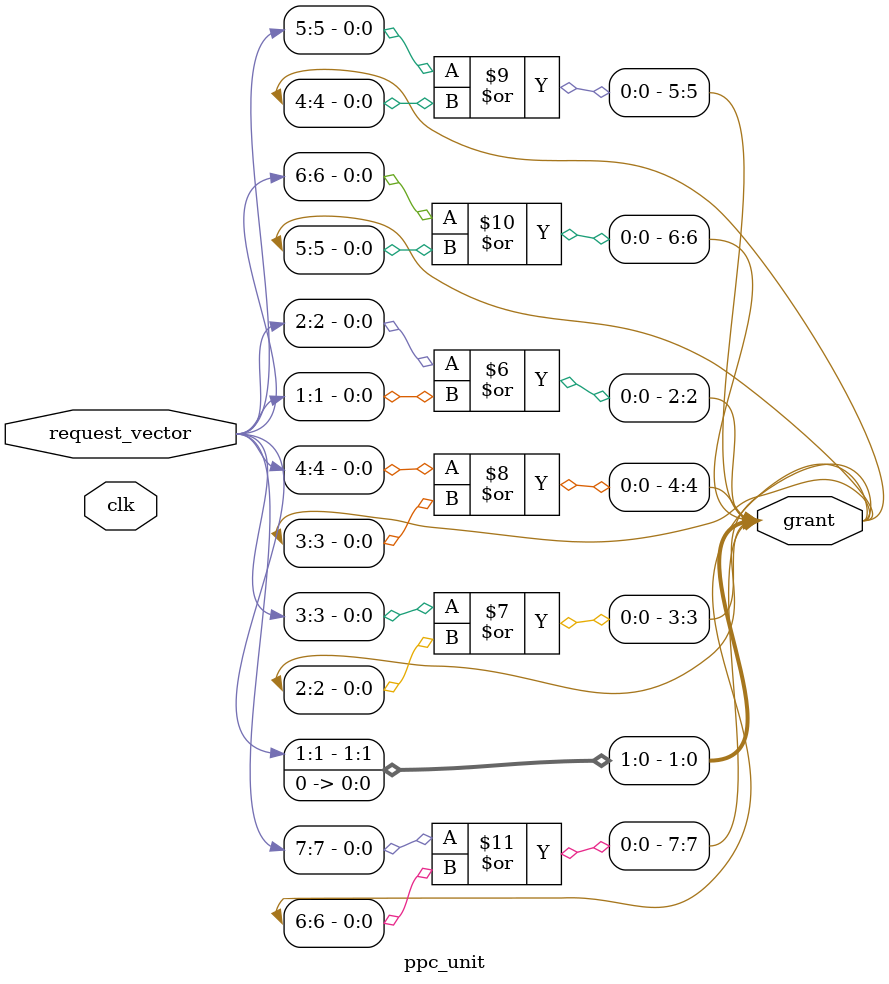
<source format=sv>

module ppc_unit # (parameter VECTOR_IN = 8)
                (input clk,
                 input [VECTOR_IN-1:0] request_vector,
                 output reg [VECTOR_IN-1:0] grant
                ); 

   //parallel prefix computation logic.
   always_comb begin
      grant = 0;
      for(int i = 1; i < VECTOR_IN; i++) begin
         grant[i] = request_vector[i] | grant[i-1];
      end
   end
 
endmodule
</source>
